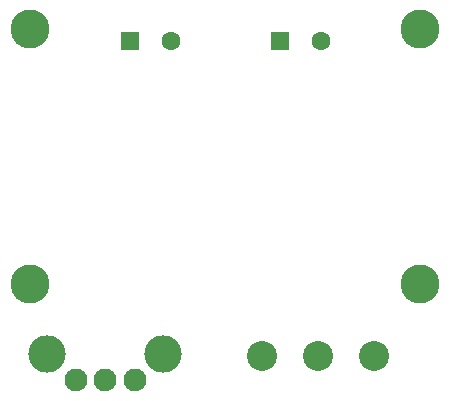
<source format=gbs>
G04 (created by PCBNEW (2013-mar-13)-testing) date Thu 23 Jan 2014 01:37:46 PM PST*
%MOIN*%
G04 Gerber Fmt 3.4, Leading zero omitted, Abs format*
%FSLAX34Y34*%
G01*
G70*
G90*
G04 APERTURE LIST*
%ADD10C,0.005906*%
%ADD11R,0.063000X0.063000*%
%ADD12C,0.063000*%
%ADD13C,0.076000*%
%ADD14C,0.125000*%
%ADD15C,0.100000*%
%ADD16C,0.130000*%
G04 APERTURE END LIST*
G54D10*
G54D11*
X14311Y-11400D03*
G54D12*
X15689Y-11400D03*
G54D11*
X19311Y-11400D03*
G54D12*
X20689Y-11400D03*
G54D13*
X12516Y-22700D03*
X13500Y-22700D03*
X14484Y-22700D03*
G54D14*
X11570Y-21834D03*
X15430Y-21834D03*
G54D15*
X18730Y-21900D03*
X20600Y-21900D03*
X22470Y-21900D03*
G54D16*
X11000Y-19500D03*
X24000Y-11000D03*
X11000Y-11000D03*
X24000Y-19500D03*
M02*

</source>
